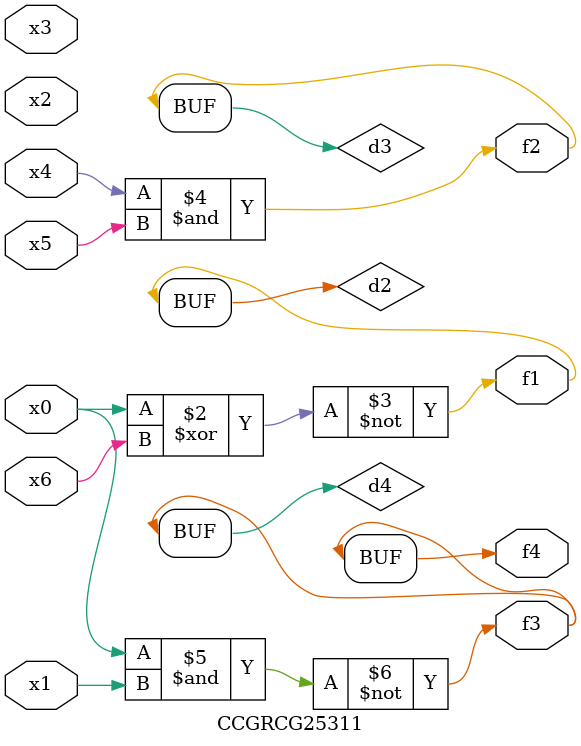
<source format=v>
module CCGRCG25311(
	input x0, x1, x2, x3, x4, x5, x6,
	output f1, f2, f3, f4
);

	wire d1, d2, d3, d4;

	nor (d1, x0);
	xnor (d2, x0, x6);
	and (d3, x4, x5);
	nand (d4, x0, x1);
	assign f1 = d2;
	assign f2 = d3;
	assign f3 = d4;
	assign f4 = d4;
endmodule

</source>
